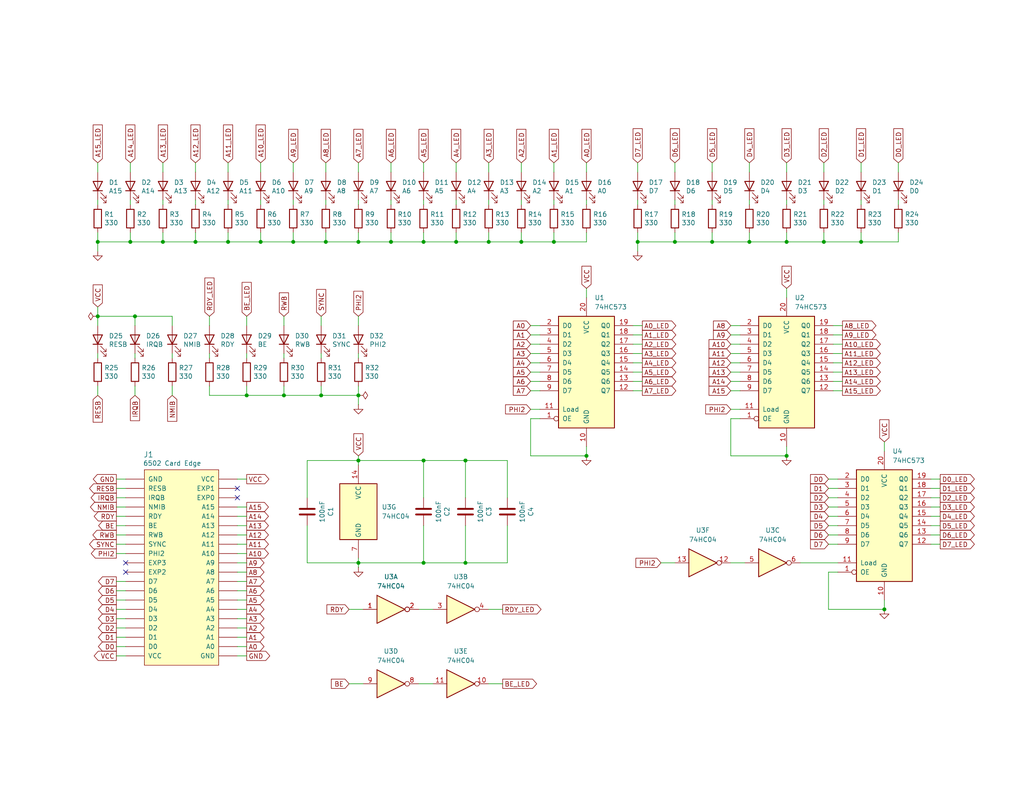
<source format=kicad_sch>
(kicad_sch (version 20250114) (generator "eeschema") (generator_version "9.0")
  (paper "USLetter")
  (title_block (title "6502 Blinkenlights Card") (date "2024-06-16") (rev "1.0") (company "A.C. Wright Design"))
  (junction (at 44.45 66.04))
  (junction (at 184.15 66.04))
  (junction (at 133.35 66.04))
  (junction (at 151.13 66.04))
  (junction (at 97.79 125.73))
  (junction (at 173.99 66.04))
  (junction (at 194.31 66.04))
  (junction (at 214.63 124.46))
  (junction (at 26.67 86.36))
  (junction (at 26.67 66.04))
  (junction (at 224.79 66.04))
  (junction (at 97.79 153.67))
  (junction (at 35.56 66.04))
  (junction (at 124.46 66.04))
  (junction (at 142.24 66.04))
  (junction (at 234.95 66.04))
  (junction (at 80.01 66.04))
  (junction (at 36.83 86.36))
  (junction (at 71.12 66.04))
  (junction (at 97.79 66.04))
  (junction (at 241.3 166.37))
  (junction (at 62.23 66.04))
  (junction (at 160.02 124.46))
  (junction (at 127 153.67))
  (junction (at 87.63 107.95))
  (junction (at 214.63 66.04))
  (junction (at 204.47 66.04))
  (junction (at 77.47 107.95))
  (junction (at 115.57 66.04))
  (junction (at 67.31 107.95))
  (junction (at 115.57 125.73))
  (junction (at 127 125.73))
  (junction (at 115.57 153.67))
  (junction (at 88.9 66.04))
  (junction (at 97.79 107.95))
  (junction (at 106.68 66.04))
  (junction (at 53.34 66.04))
  (no_connect (at 64.77 133.35))
  (no_connect (at 34.29 156.21))
  (no_connect (at 34.29 153.67))
  (no_connect (at 64.77 135.89))
  (wire (pts (xy 77.47 96.52) (xy 77.47 97.79)))
  (wire (pts (xy 31.75 168.91) (xy 34.29 168.91)))
  (wire (pts (xy 142.24 63.5) (xy 142.24 66.04)))
  (wire (pts (xy 106.68 44.45) (xy 106.68 46.99)))
  (wire (pts (xy 115.57 153.67) (xy 127 153.67)))
  (wire (pts (xy 31.75 133.35) (xy 34.29 133.35)))
  (wire (pts (xy 97.79 153.67) (xy 97.79 154.94)))
  (wire (pts (xy 160.02 63.5) (xy 160.02 66.04)))
  (wire (pts (xy 214.63 63.5) (xy 214.63 66.04)))
  (wire (pts (xy 199.39 99.06) (xy 201.93 99.06)))
  (wire (pts (xy 97.79 54.61) (xy 97.79 55.88)))
  (wire (pts (xy 64.77 168.91) (xy 67.31 168.91)))
  (wire (pts (xy 194.31 63.5) (xy 194.31 66.04)))
  (wire (pts (xy 144.78 96.52) (xy 147.32 96.52)))
  (wire (pts (xy 151.13 44.45) (xy 151.13 46.99)))
  (wire (pts (xy 227.33 104.14) (xy 229.87 104.14)))
  (wire (pts (xy 214.63 66.04) (xy 224.79 66.04)))
  (wire (pts (xy 234.95 63.5) (xy 234.95 66.04)))
  (wire (pts (xy 57.15 107.95) (xy 67.31 107.95)))
  (wire (pts (xy 114.3 186.69) (xy 118.11 186.69)))
  (wire (pts (xy 64.77 173.99) (xy 67.31 173.99)))
  (wire (pts (xy 199.39 88.9) (xy 201.93 88.9)))
  (wire (pts (xy 97.79 125.73) (xy 97.79 127)))
  (wire (pts (xy 204.47 66.04) (xy 214.63 66.04)))
  (wire (pts (xy 218.44 153.67) (xy 228.6 153.67)))
  (wire (pts (xy 53.34 44.45) (xy 53.34 46.99)))
  (wire (pts (xy 64.77 151.13) (xy 67.31 151.13)))
  (wire (pts (xy 173.99 63.5) (xy 173.99 66.04)))
  (wire (pts (xy 64.77 143.51) (xy 67.31 143.51)))
  (wire (pts (xy 88.9 63.5) (xy 88.9 66.04)))
  (wire (pts (xy 115.57 66.04) (xy 124.46 66.04)))
  (wire (pts (xy 71.12 66.04) (xy 80.01 66.04)))
  (wire (pts (xy 127 153.67) (xy 138.43 153.67)))
  (wire (pts (xy 53.34 63.5) (xy 53.34 66.04)))
  (wire (pts (xy 194.31 66.04) (xy 204.47 66.04)))
  (wire (pts (xy 160.02 124.46) (xy 160.02 121.92)))
  (wire (pts (xy 172.72 91.44) (xy 175.26 91.44)))
  (wire (pts (xy 106.68 66.04) (xy 115.57 66.04)))
  (wire (pts (xy 194.31 44.45) (xy 194.31 46.99)))
  (wire (pts (xy 62.23 63.5) (xy 62.23 66.04)))
  (wire (pts (xy 172.72 99.06) (xy 175.26 99.06)))
  (wire (pts (xy 67.31 86.36) (xy 67.31 88.9)))
  (wire (pts (xy 254 133.35) (xy 256.54 133.35)))
  (wire (pts (xy 26.67 86.36) (xy 26.67 88.9)))
  (wire (pts (xy 173.99 54.61) (xy 173.99 55.88)))
  (wire (pts (xy 53.34 66.04) (xy 62.23 66.04)))
  (wire (pts (xy 95.25 166.37) (xy 99.06 166.37)))
  (wire (pts (xy 64.77 140.97) (xy 67.31 140.97)))
  (wire (pts (xy 172.72 96.52) (xy 175.26 96.52)))
  (wire (pts (xy 224.79 63.5) (xy 224.79 66.04)))
  (wire (pts (xy 97.79 152.4) (xy 97.79 153.67)))
  (wire (pts (xy 160.02 78.74) (xy 160.02 81.28)))
  (wire (pts (xy 97.79 153.67) (xy 115.57 153.67)))
  (wire (pts (xy 88.9 54.61) (xy 88.9 55.88)))
  (wire (pts (xy 64.77 158.75) (xy 67.31 158.75)))
  (wire (pts (xy 35.56 66.04) (xy 44.45 66.04)))
  (wire (pts (xy 97.79 124.46) (xy 97.79 125.73)))
  (wire (pts (xy 46.99 88.9) (xy 46.99 86.36)))
  (wire (pts (xy 64.77 153.67) (xy 67.31 153.67)))
  (wire (pts (xy 227.33 93.98) (xy 229.87 93.98)))
  (wire (pts (xy 127 143.51) (xy 127 153.67)))
  (wire (pts (xy 144.78 106.68) (xy 147.32 106.68)))
  (wire (pts (xy 124.46 66.04) (xy 133.35 66.04)))
  (wire (pts (xy 64.77 148.59) (xy 67.31 148.59)))
  (wire (pts (xy 138.43 143.51) (xy 138.43 153.67)))
  (wire (pts (xy 224.79 44.45) (xy 224.79 46.99)))
  (wire (pts (xy 97.79 44.45) (xy 97.79 46.99)))
  (wire (pts (xy 199.39 153.67) (xy 203.2 153.67)))
  (wire (pts (xy 245.11 63.5) (xy 245.11 66.04)))
  (wire (pts (xy 83.82 135.89) (xy 83.82 125.73)))
  (wire (pts (xy 67.31 105.41) (xy 67.31 107.95)))
  (wire (pts (xy 227.33 88.9) (xy 229.87 88.9)))
  (wire (pts (xy 71.12 54.61) (xy 71.12 55.88)))
  (wire (pts (xy 144.78 124.46) (xy 160.02 124.46)))
  (wire (pts (xy 151.13 66.04) (xy 160.02 66.04)))
  (wire (pts (xy 142.24 54.61) (xy 142.24 55.88)))
  (wire (pts (xy 245.11 44.45) (xy 245.11 46.99)))
  (wire (pts (xy 124.46 54.61) (xy 124.46 55.88)))
  (wire (pts (xy 254 138.43) (xy 256.54 138.43)))
  (wire (pts (xy 144.78 101.6) (xy 147.32 101.6)))
  (wire (pts (xy 241.3 166.37) (xy 241.3 163.83)))
  (wire (pts (xy 57.15 86.36) (xy 57.15 88.9)))
  (wire (pts (xy 53.34 54.61) (xy 53.34 55.88)))
  (wire (pts (xy 172.72 93.98) (xy 175.26 93.98)))
  (wire (pts (xy 31.75 161.29) (xy 34.29 161.29)))
  (wire (pts (xy 144.78 88.9) (xy 147.32 88.9)))
  (wire (pts (xy 36.83 86.36) (xy 36.83 88.9)))
  (wire (pts (xy 44.45 54.61) (xy 44.45 55.88)))
  (wire (pts (xy 62.23 66.04) (xy 71.12 66.04)))
  (wire (pts (xy 254 135.89) (xy 256.54 135.89)))
  (wire (pts (xy 144.78 114.3) (xy 144.78 124.46)))
  (wire (pts (xy 172.72 106.68) (xy 175.26 106.68)))
  (wire (pts (xy 127 125.73) (xy 115.57 125.73)))
  (wire (pts (xy 26.67 63.5) (xy 26.67 66.04)))
  (wire (pts (xy 227.33 99.06) (xy 229.87 99.06)))
  (wire (pts (xy 35.56 63.5) (xy 35.56 66.04)))
  (wire (pts (xy 204.47 63.5) (xy 204.47 66.04)))
  (wire (pts (xy 106.68 54.61) (xy 106.68 55.88)))
  (wire (pts (xy 199.39 104.14) (xy 201.93 104.14)))
  (wire (pts (xy 234.95 44.45) (xy 234.95 46.99)))
  (wire (pts (xy 31.75 151.13) (xy 34.29 151.13)))
  (wire (pts (xy 31.75 166.37) (xy 34.29 166.37)))
  (wire (pts (xy 44.45 66.04) (xy 53.34 66.04)))
  (wire (pts (xy 172.72 104.14) (xy 175.26 104.14)))
  (wire (pts (xy 83.82 143.51) (xy 83.82 153.67)))
  (wire (pts (xy 160.02 54.61) (xy 160.02 55.88)))
  (wire (pts (xy 44.45 44.45) (xy 44.45 46.99)))
  (wire (pts (xy 26.67 83.82) (xy 26.67 86.36)))
  (wire (pts (xy 115.57 125.73) (xy 97.79 125.73)))
  (wire (pts (xy 226.06 138.43) (xy 228.6 138.43)))
  (wire (pts (xy 36.83 105.41) (xy 36.83 107.95)))
  (wire (pts (xy 97.79 105.41) (xy 97.79 107.95)))
  (wire (pts (xy 64.77 146.05) (xy 67.31 146.05)))
  (wire (pts (xy 133.35 66.04) (xy 142.24 66.04)))
  (wire (pts (xy 31.75 158.75) (xy 34.29 158.75)))
  (wire (pts (xy 199.39 114.3) (xy 199.39 124.46)))
  (wire (pts (xy 31.75 130.81) (xy 34.29 130.81)))
  (wire (pts (xy 115.57 44.45) (xy 115.57 46.99)))
  (wire (pts (xy 87.63 96.52) (xy 87.63 97.79)))
  (wire (pts (xy 36.83 86.36) (xy 46.99 86.36)))
  (wire (pts (xy 71.12 63.5) (xy 71.12 66.04)))
  (wire (pts (xy 88.9 66.04) (xy 97.79 66.04)))
  (wire (pts (xy 64.77 156.21) (xy 67.31 156.21)))
  (wire (pts (xy 194.31 54.61) (xy 194.31 55.88)))
  (wire (pts (xy 226.06 143.51) (xy 228.6 143.51)))
  (wire (pts (xy 173.99 66.04) (xy 184.15 66.04)))
  (wire (pts (xy 172.72 88.9) (xy 175.26 88.9)))
  (wire (pts (xy 133.35 186.69) (xy 137.16 186.69)))
  (wire (pts (xy 31.75 135.89) (xy 34.29 135.89)))
  (wire (pts (xy 64.77 176.53) (xy 67.31 176.53)))
  (wire (pts (xy 77.47 86.36) (xy 77.47 88.9)))
  (wire (pts (xy 88.9 44.45) (xy 88.9 46.99)))
  (wire (pts (xy 114.3 166.37) (xy 118.11 166.37)))
  (wire (pts (xy 97.79 63.5) (xy 97.79 66.04)))
  (wire (pts (xy 254 140.97) (xy 256.54 140.97)))
  (wire (pts (xy 224.79 66.04) (xy 234.95 66.04)))
  (wire (pts (xy 226.06 140.97) (xy 228.6 140.97)))
  (wire (pts (xy 180.34 153.67) (xy 184.15 153.67)))
  (wire (pts (xy 80.01 44.45) (xy 80.01 46.99)))
  (wire (pts (xy 26.67 66.04) (xy 35.56 66.04)))
  (wire (pts (xy 97.79 86.36) (xy 97.79 88.9)))
  (wire (pts (xy 227.33 106.68) (xy 229.87 106.68)))
  (wire (pts (xy 31.75 176.53) (xy 34.29 176.53)))
  (wire (pts (xy 184.15 44.45) (xy 184.15 46.99)))
  (wire (pts (xy 133.35 54.61) (xy 133.35 55.88)))
  (wire (pts (xy 173.99 44.45) (xy 173.99 46.99)))
  (wire (pts (xy 254 130.81) (xy 256.54 130.81)))
  (wire (pts (xy 97.79 66.04) (xy 106.68 66.04)))
  (wire (pts (xy 64.77 130.81) (xy 67.31 130.81)))
  (wire (pts (xy 224.79 54.61) (xy 224.79 55.88)))
  (wire (pts (xy 199.39 111.76) (xy 201.93 111.76)))
  (wire (pts (xy 26.67 54.61) (xy 26.67 55.88)))
  (wire (pts (xy 226.06 156.21) (xy 226.06 166.37)))
  (wire (pts (xy 31.75 140.97) (xy 34.29 140.97)))
  (wire (pts (xy 71.12 44.45) (xy 71.12 46.99)))
  (wire (pts (xy 228.6 156.21) (xy 226.06 156.21)))
  (wire (pts (xy 254 148.59) (xy 256.54 148.59)))
  (wire (pts (xy 199.39 106.68) (xy 201.93 106.68)))
  (wire (pts (xy 133.35 166.37) (xy 137.16 166.37)))
  (wire (pts (xy 44.45 63.5) (xy 44.45 66.04)))
  (wire (pts (xy 234.95 54.61) (xy 234.95 55.88)))
  (wire (pts (xy 115.57 143.51) (xy 115.57 153.67)))
  (wire (pts (xy 214.63 78.74) (xy 214.63 81.28)))
  (wire (pts (xy 133.35 63.5) (xy 133.35 66.04)))
  (wire (pts (xy 87.63 107.95) (xy 97.79 107.95)))
  (wire (pts (xy 115.57 125.73) (xy 115.57 135.89)))
  (wire (pts (xy 64.77 161.29) (xy 67.31 161.29)))
  (wire (pts (xy 144.78 104.14) (xy 147.32 104.14)))
  (wire (pts (xy 26.67 44.45) (xy 26.67 46.99)))
  (wire (pts (xy 115.57 63.5) (xy 115.57 66.04)))
  (wire (pts (xy 226.06 133.35) (xy 228.6 133.35)))
  (wire (pts (xy 172.72 101.6) (xy 175.26 101.6)))
  (wire (pts (xy 80.01 66.04) (xy 88.9 66.04)))
  (wire (pts (xy 254 143.51) (xy 256.54 143.51)))
  (wire (pts (xy 31.75 146.05) (xy 34.29 146.05)))
  (wire (pts (xy 201.93 114.3) (xy 199.39 114.3)))
  (wire (pts (xy 35.56 54.61) (xy 35.56 55.88)))
  (wire (pts (xy 144.78 91.44) (xy 147.32 91.44)))
  (wire (pts (xy 26.67 105.41) (xy 26.67 107.95)))
  (wire (pts (xy 184.15 54.61) (xy 184.15 55.88)))
  (wire (pts (xy 106.68 63.5) (xy 106.68 66.04)))
  (wire (pts (xy 241.3 120.65) (xy 241.3 123.19)))
  (wire (pts (xy 127 125.73) (xy 127 135.89)))
  (wire (pts (xy 97.79 96.52) (xy 97.79 97.79)))
  (wire (pts (xy 31.75 171.45) (xy 34.29 171.45)))
  (wire (pts (xy 64.77 171.45) (xy 67.31 171.45)))
  (wire (pts (xy 142.24 44.45) (xy 142.24 46.99)))
  (wire (pts (xy 226.06 130.81) (xy 228.6 130.81)))
  (wire (pts (xy 115.57 54.61) (xy 115.57 55.88)))
  (wire (pts (xy 184.15 66.04) (xy 194.31 66.04)))
  (wire (pts (xy 124.46 44.45) (xy 124.46 46.99)))
  (wire (pts (xy 204.47 44.45) (xy 204.47 46.99)))
  (wire (pts (xy 26.67 86.36) (xy 36.83 86.36)))
  (wire (pts (xy 31.75 163.83) (xy 34.29 163.83)))
  (wire (pts (xy 31.75 148.59) (xy 34.29 148.59)))
  (wire (pts (xy 95.25 186.69) (xy 99.06 186.69)))
  (wire (pts (xy 133.35 44.45) (xy 133.35 46.99)))
  (wire (pts (xy 214.63 121.92) (xy 214.63 124.46)))
  (wire (pts (xy 80.01 54.61) (xy 80.01 55.88)))
  (wire (pts (xy 26.67 66.04) (xy 26.67 68.58)))
  (wire (pts (xy 31.75 138.43) (xy 34.29 138.43)))
  (wire (pts (xy 227.33 96.52) (xy 229.87 96.52)))
  (wire (pts (xy 151.13 54.61) (xy 151.13 55.88)))
  (wire (pts (xy 226.06 148.59) (xy 228.6 148.59)))
  (wire (pts (xy 199.39 93.98) (xy 201.93 93.98)))
  (wire (pts (xy 227.33 101.6) (xy 229.87 101.6)))
  (wire (pts (xy 160.02 44.45) (xy 160.02 46.99)))
  (wire (pts (xy 254 146.05) (xy 256.54 146.05)))
  (wire (pts (xy 214.63 44.45) (xy 214.63 46.99)))
  (wire (pts (xy 83.82 125.73) (xy 97.79 125.73)))
  (wire (pts (xy 226.06 166.37) (xy 241.3 166.37)))
  (wire (pts (xy 214.63 54.61) (xy 214.63 55.88)))
  (wire (pts (xy 64.77 166.37) (xy 67.31 166.37)))
  (wire (pts (xy 226.06 146.05) (xy 228.6 146.05)))
  (wire (pts (xy 142.24 66.04) (xy 151.13 66.04)))
  (wire (pts (xy 77.47 107.95) (xy 87.63 107.95)))
  (wire (pts (xy 144.78 93.98) (xy 147.32 93.98)))
  (wire (pts (xy 80.01 63.5) (xy 80.01 66.04)))
  (wire (pts (xy 67.31 107.95) (xy 77.47 107.95)))
  (wire (pts (xy 199.39 101.6) (xy 201.93 101.6)))
  (wire (pts (xy 97.79 107.95) (xy 97.79 110.49)))
  (wire (pts (xy 87.63 105.41) (xy 87.63 107.95)))
  (wire (pts (xy 57.15 105.41) (xy 57.15 107.95)))
  (wire (pts (xy 151.13 63.5) (xy 151.13 66.04)))
  (wire (pts (xy 138.43 125.73) (xy 127 125.73)))
  (wire (pts (xy 31.75 173.99) (xy 34.29 173.99)))
  (wire (pts (xy 46.99 105.41) (xy 46.99 107.95)))
  (wire (pts (xy 31.75 143.51) (xy 34.29 143.51)))
  (wire (pts (xy 144.78 99.06) (xy 147.32 99.06)))
  (wire (pts (xy 64.77 163.83) (xy 67.31 163.83)))
  (wire (pts (xy 62.23 54.61) (xy 62.23 55.88)))
  (wire (pts (xy 138.43 135.89) (xy 138.43 125.73)))
  (wire (pts (xy 124.46 63.5) (xy 124.46 66.04)))
  (wire (pts (xy 226.06 135.89) (xy 228.6 135.89)))
  (wire (pts (xy 245.11 54.61) (xy 245.11 55.88)))
  (wire (pts (xy 57.15 96.52) (xy 57.15 97.79)))
  (wire (pts (xy 26.67 96.52) (xy 26.67 97.79)))
  (wire (pts (xy 64.77 138.43) (xy 67.31 138.43)))
  (wire (pts (xy 199.39 96.52) (xy 201.93 96.52)))
  (wire (pts (xy 199.39 91.44) (xy 201.93 91.44)))
  (wire (pts (xy 173.99 66.04) (xy 173.99 68.58)))
  (wire (pts (xy 35.56 44.45) (xy 35.56 46.99)))
  (wire (pts (xy 46.99 96.52) (xy 46.99 97.79)))
  (wire (pts (xy 234.95 66.04) (xy 245.11 66.04)))
  (wire (pts (xy 77.47 105.41) (xy 77.47 107.95)))
  (wire (pts (xy 147.32 114.3) (xy 144.78 114.3)))
  (wire (pts (xy 36.83 96.52) (xy 36.83 97.79)))
  (wire (pts (xy 83.82 153.67) (xy 97.79 153.67)))
  (wire (pts (xy 204.47 54.61) (xy 204.47 55.88)))
  (wire (pts (xy 87.63 86.36) (xy 87.63 88.9)))
  (wire (pts (xy 62.23 44.45) (xy 62.23 46.99)))
  (wire (pts (xy 227.33 91.44) (xy 229.87 91.44)))
  (wire (pts (xy 199.39 124.46) (xy 214.63 124.46)))
  (wire (pts (xy 31.75 179.07) (xy 34.29 179.07)))
  (wire (pts (xy 64.77 179.07) (xy 67.31 179.07)))
  (wire (pts (xy 144.78 111.76) (xy 147.32 111.76)))
  (wire (pts (xy 184.15 63.5) (xy 184.15 66.04)))
  (wire (pts (xy 67.31 96.52) (xy 67.31 97.79)))
  (global_label "A0" (shape input) (at 144.78 88.9 180) (property "Intersheetrefs" "${INTERSHEET_REFS}" (effects (hide yes))))
  (global_label "A11" (shape output) (at 67.31 148.59 0) (property "Intersheetrefs" "${INTERSHEET_REFS}" (effects (hide yes))))
  (global_label "GND" (shape output) (at 31.75 130.81 180) (property "Intersheetrefs" "${INTERSHEET_REFS}" (effects (hide yes))))
  (global_label "D7" (shape output) (at 31.75 158.75 180) (property "Intersheetrefs" "${INTERSHEET_REFS}" (effects (hide yes))))
  (global_label "D4" (shape input) (at 226.06 140.97 180) (property "Intersheetrefs" "${INTERSHEET_REFS}" (effects (hide yes))))
  (global_label "NMIB" (shape output) (at 31.75 138.43 180) (property "Intersheetrefs" "${INTERSHEET_REFS}" (effects (hide yes))))
  (global_label "D0_LED" (shape input) (at 245.11 44.45 90) (property "Intersheetrefs" "${INTERSHEET_REFS}" (effects (hide yes))))
  (global_label "A13_LED" (shape output) (at 229.87 101.6 0) (property "Intersheetrefs" "${INTERSHEET_REFS}" (effects (hide yes))))
  (global_label "SYNC" (shape output) (at 31.75 148.59 180) (property "Intersheetrefs" "${INTERSHEET_REFS}" (effects (hide yes))))
  (global_label "A3" (shape input) (at 144.78 96.52 180) (property "Intersheetrefs" "${INTERSHEET_REFS}" (effects (hide yes))))
  (global_label "VCC" (shape output) (at 31.75 179.07 180) (property "Intersheetrefs" "${INTERSHEET_REFS}" (effects (hide yes))))
  (global_label "RWB" (shape input) (at 77.47 86.36 90) (property "Intersheetrefs" "${INTERSHEET_REFS}" (effects (hide yes))))
  (global_label "A14_LED" (shape input) (at 35.56 44.45 90) (property "Intersheetrefs" "${INTERSHEET_REFS}" (effects (hide yes))))
  (global_label "IRQB" (shape input) (at 36.83 107.95 270) (property "Intersheetrefs" "${INTERSHEET_REFS}" (effects (hide yes))))
  (global_label "A14_LED" (shape output) (at 229.87 104.14 0) (property "Intersheetrefs" "${INTERSHEET_REFS}" (effects (hide yes))))
  (global_label "BE" (shape output) (at 31.75 143.51 180) (property "Intersheetrefs" "${INTERSHEET_REFS}" (effects (hide yes))))
  (global_label "A12" (shape input) (at 199.39 99.06 180) (property "Intersheetrefs" "${INTERSHEET_REFS}" (effects (hide yes))))
  (global_label "D5" (shape output) (at 31.75 163.83 180) (property "Intersheetrefs" "${INTERSHEET_REFS}" (effects (hide yes))))
  (global_label "D5_LED" (shape output) (at 256.54 143.51 0) (property "Intersheetrefs" "${INTERSHEET_REFS}" (effects (hide yes))))
  (global_label "A10" (shape output) (at 67.31 151.13 0) (property "Intersheetrefs" "${INTERSHEET_REFS}" (effects (hide yes))))
  (global_label "A6" (shape output) (at 67.31 161.29 0) (property "Intersheetrefs" "${INTERSHEET_REFS}" (effects (hide yes))))
  (global_label "A9_LED" (shape input) (at 80.01 44.45 90) (property "Intersheetrefs" "${INTERSHEET_REFS}" (effects (hide yes))))
  (global_label "A10" (shape input) (at 199.39 93.98 180) (property "Intersheetrefs" "${INTERSHEET_REFS}" (effects (hide yes))))
  (global_label "D6" (shape output) (at 31.75 161.29 180) (property "Intersheetrefs" "${INTERSHEET_REFS}" (effects (hide yes))))
  (global_label "D0" (shape input) (at 226.06 130.81 180) (property "Intersheetrefs" "${INTERSHEET_REFS}" (effects (hide yes))))
  (global_label "VCC" (shape input) (at 160.02 78.74 90) (property "Intersheetrefs" "${INTERSHEET_REFS}" (effects (hide yes))))
  (global_label "A12_LED" (shape output) (at 229.87 99.06 0) (property "Intersheetrefs" "${INTERSHEET_REFS}" (effects (hide yes))))
  (global_label "A4_LED" (shape input) (at 124.46 44.45 90) (property "Intersheetrefs" "${INTERSHEET_REFS}" (effects (hide yes))))
  (global_label "PHI2" (shape input) (at 199.39 111.76 180) (property "Intersheetrefs" "${INTERSHEET_REFS}" (effects (hide yes))))
  (global_label "IRQB" (shape output) (at 31.75 135.89 180) (property "Intersheetrefs" "${INTERSHEET_REFS}" (effects (hide yes))))
  (global_label "A2" (shape input) (at 144.78 93.98 180) (property "Intersheetrefs" "${INTERSHEET_REFS}" (effects (hide yes))))
  (global_label "A1_LED" (shape output) (at 175.26 91.44 0) (property "Intersheetrefs" "${INTERSHEET_REFS}" (effects (hide yes))))
  (global_label "NMIB" (shape input) (at 46.99 107.95 270) (property "Intersheetrefs" "${INTERSHEET_REFS}" (effects (hide yes))))
  (global_label "A9" (shape input) (at 199.39 91.44 180) (property "Intersheetrefs" "${INTERSHEET_REFS}" (effects (hide yes))))
  (global_label "PHI2" (shape output) (at 31.75 151.13 180) (property "Intersheetrefs" "${INTERSHEET_REFS}" (effects (hide yes))))
  (global_label "BE_LED" (shape input) (at 67.31 86.36 90) (property "Intersheetrefs" "${INTERSHEET_REFS}" (effects (hide yes))))
  (global_label "VCC" (shape input) (at 26.67 83.82 90) (property "Intersheetrefs" "${INTERSHEET_REFS}" (effects (hide yes))))
  (global_label "D7_LED" (shape input) (at 173.99 44.45 90) (property "Intersheetrefs" "${INTERSHEET_REFS}" (effects (hide yes))))
  (global_label "A9" (shape output) (at 67.31 153.67 0) (property "Intersheetrefs" "${INTERSHEET_REFS}" (effects (hide yes))))
  (global_label "RDY_LED" (shape output) (at 137.16 166.37 0) (property "Intersheetrefs" "${INTERSHEET_REFS}" (effects (hide yes))))
  (global_label "A14" (shape input) (at 199.39 104.14 180) (property "Intersheetrefs" "${INTERSHEET_REFS}" (effects (hide yes))))
  (global_label "VCC" (shape input) (at 97.79 124.46 90) (property "Intersheetrefs" "${INTERSHEET_REFS}" (effects (hide yes))))
  (global_label "D2" (shape input) (at 226.06 135.89 180) (property "Intersheetrefs" "${INTERSHEET_REFS}" (effects (hide yes))))
  (global_label "D4_LED" (shape input) (at 204.47 44.45 90) (property "Intersheetrefs" "${INTERSHEET_REFS}" (effects (hide yes))))
  (global_label "A11_LED" (shape input) (at 62.23 44.45 90) (property "Intersheetrefs" "${INTERSHEET_REFS}" (effects (hide yes))))
  (global_label "A1" (shape output) (at 67.31 173.99 0) (property "Intersheetrefs" "${INTERSHEET_REFS}" (effects (hide yes))))
  (global_label "SYNC" (shape input) (at 87.63 86.36 90) (property "Intersheetrefs" "${INTERSHEET_REFS}" (effects (hide yes))))
  (global_label "A15" (shape output) (at 67.31 138.43 0) (property "Intersheetrefs" "${INTERSHEET_REFS}" (effects (hide yes))))
  (global_label "D1_LED" (shape output) (at 256.54 133.35 0) (property "Intersheetrefs" "${INTERSHEET_REFS}" (effects (hide yes))))
  (global_label "A1" (shape input) (at 144.78 91.44 180) (property "Intersheetrefs" "${INTERSHEET_REFS}" (effects (hide yes))))
  (global_label "D2_LED" (shape output) (at 256.54 135.89 0) (property "Intersheetrefs" "${INTERSHEET_REFS}" (effects (hide yes))))
  (global_label "D3_LED" (shape output) (at 256.54 138.43 0) (property "Intersheetrefs" "${INTERSHEET_REFS}" (effects (hide yes))))
  (global_label "A6" (shape input) (at 144.78 104.14 180) (property "Intersheetrefs" "${INTERSHEET_REFS}" (effects (hide yes))))
  (global_label "A15_LED" (shape input) (at 26.67 44.45 90) (property "Intersheetrefs" "${INTERSHEET_REFS}" (effects (hide yes))))
  (global_label "A4_LED" (shape output) (at 175.26 99.06 0) (property "Intersheetrefs" "${INTERSHEET_REFS}" (effects (hide yes))))
  (global_label "RDY" (shape output) (at 31.75 140.97 180) (property "Intersheetrefs" "${INTERSHEET_REFS}" (effects (hide yes))))
  (global_label "A8_LED" (shape output) (at 229.87 88.9 0) (property "Intersheetrefs" "${INTERSHEET_REFS}" (effects (hide yes))))
  (global_label "A8" (shape input) (at 199.39 88.9 180) (property "Intersheetrefs" "${INTERSHEET_REFS}" (effects (hide yes))))
  (global_label "A0_LED" (shape output) (at 175.26 88.9 0) (property "Intersheetrefs" "${INTERSHEET_REFS}" (effects (hide yes))))
  (global_label "VCC" (shape output) (at 67.31 130.81 0) (property "Intersheetrefs" "${INTERSHEET_REFS}" (effects (hide yes))))
  (global_label "A6_LED" (shape input) (at 106.68 44.45 90) (property "Intersheetrefs" "${INTERSHEET_REFS}" (effects (hide yes))))
  (global_label "A5" (shape output) (at 67.31 163.83 0) (property "Intersheetrefs" "${INTERSHEET_REFS}" (effects (hide yes))))
  (global_label "A2" (shape output) (at 67.31 171.45 0) (property "Intersheetrefs" "${INTERSHEET_REFS}" (effects (hide yes))))
  (global_label "A7" (shape output) (at 67.31 158.75 0) (property "Intersheetrefs" "${INTERSHEET_REFS}" (effects (hide yes))))
  (global_label "RESB" (shape input) (at 26.67 107.95 270) (property "Intersheetrefs" "${INTERSHEET_REFS}" (effects (hide yes))))
  (global_label "D6_LED" (shape input) (at 184.15 44.45 90) (property "Intersheetrefs" "${INTERSHEET_REFS}" (effects (hide yes))))
  (global_label "D2" (shape output) (at 31.75 171.45 180) (property "Intersheetrefs" "${INTERSHEET_REFS}" (effects (hide yes))))
  (global_label "GND" (shape output) (at 67.31 179.07 0) (property "Intersheetrefs" "${INTERSHEET_REFS}" (effects (hide yes))))
  (global_label "A6_LED" (shape output) (at 175.26 104.14 0) (property "Intersheetrefs" "${INTERSHEET_REFS}" (effects (hide yes))))
  (global_label "A0" (shape output) (at 67.31 176.53 0) (property "Intersheetrefs" "${INTERSHEET_REFS}" (effects (hide yes))))
  (global_label "D1" (shape input) (at 226.06 133.35 180) (property "Intersheetrefs" "${INTERSHEET_REFS}" (effects (hide yes))))
  (global_label "D7" (shape input) (at 226.06 148.59 180) (property "Intersheetrefs" "${INTERSHEET_REFS}" (effects (hide yes))))
  (global_label "A4" (shape output) (at 67.31 166.37 0) (property "Intersheetrefs" "${INTERSHEET_REFS}" (effects (hide yes))))
  (global_label "A4" (shape input) (at 144.78 99.06 180) (property "Intersheetrefs" "${INTERSHEET_REFS}" (effects (hide yes))))
  (global_label "A14" (shape output) (at 67.31 140.97 0) (property "Intersheetrefs" "${INTERSHEET_REFS}" (effects (hide yes))))
  (global_label "A15_LED" (shape output) (at 229.87 106.68 0) (property "Intersheetrefs" "${INTERSHEET_REFS}" (effects (hide yes))))
  (global_label "VCC" (shape input) (at 241.3 120.65 90) (property "Intersheetrefs" "${INTERSHEET_REFS}" (effects (hide yes))))
  (global_label "A13" (shape output) (at 67.31 143.51 0) (property "Intersheetrefs" "${INTERSHEET_REFS}" (effects (hide yes))))
  (global_label "A5" (shape input) (at 144.78 101.6 180) (property "Intersheetrefs" "${INTERSHEET_REFS}" (effects (hide yes))))
  (global_label "VCC" (shape input) (at 214.63 78.74 90) (property "Intersheetrefs" "${INTERSHEET_REFS}" (effects (hide yes))))
  (global_label "A2_LED" (shape output) (at 175.26 93.98 0) (property "Intersheetrefs" "${INTERSHEET_REFS}" (effects (hide yes))))
  (global_label "A1_LED" (shape input) (at 151.13 44.45 90) (property "Intersheetrefs" "${INTERSHEET_REFS}" (effects (hide yes))))
  (global_label "PHI2" (shape input) (at 97.79 86.36 90) (property "Intersheetrefs" "${INTERSHEET_REFS}" (effects (hide yes))))
  (global_label "A0_LED" (shape input) (at 160.02 44.45 90) (property "Intersheetrefs" "${INTERSHEET_REFS}" (effects (hide yes))))
  (global_label "D5_LED" (shape input) (at 194.31 44.45 90) (property "Intersheetrefs" "${INTERSHEET_REFS}" (effects (hide yes))))
  (global_label "D0_LED" (shape output) (at 256.54 130.81 0) (property "Intersheetrefs" "${INTERSHEET_REFS}" (effects (hide yes))))
  (global_label "D1" (shape output) (at 31.75 173.99 180) (property "Intersheetrefs" "${INTERSHEET_REFS}" (effects (hide yes))))
  (global_label "A7_LED" (shape output) (at 175.26 106.68 0) (property "Intersheetrefs" "${INTERSHEET_REFS}" (effects (hide yes))))
  (global_label "A12_LED" (shape input) (at 53.34 44.45 90) (property "Intersheetrefs" "${INTERSHEET_REFS}" (effects (hide yes))))
  (global_label "PHI2" (shape input) (at 144.78 111.76 180) (property "Intersheetrefs" "${INTERSHEET_REFS}" (effects (hide yes))))
  (global_label "D3_LED" (shape input) (at 214.63 44.45 90) (property "Intersheetrefs" "${INTERSHEET_REFS}" (effects (hide yes))))
  (global_label "A13" (shape input) (at 199.39 101.6 180) (property "Intersheetrefs" "${INTERSHEET_REFS}" (effects (hide yes))))
  (global_label "D2_LED" (shape input) (at 224.79 44.45 90) (property "Intersheetrefs" "${INTERSHEET_REFS}" (effects (hide yes))))
  (global_label "D1_LED" (shape input) (at 234.95 44.45 90) (property "Intersheetrefs" "${INTERSHEET_REFS}" (effects (hide yes))))
  (global_label "A9_LED" (shape output) (at 229.87 91.44 0) (property "Intersheetrefs" "${INTERSHEET_REFS}" (effects (hide yes))))
  (global_label "A7_LED" (shape input) (at 97.79 44.45 90) (property "Intersheetrefs" "${INTERSHEET_REFS}" (effects (hide yes))))
  (global_label "PHI2" (shape input) (at 180.34 153.67 180) (property "Intersheetrefs" "${INTERSHEET_REFS}" (effects (hide yes))))
  (global_label "RWB" (shape output) (at 31.75 146.05 180) (property "Intersheetrefs" "${INTERSHEET_REFS}" (effects (hide yes))))
  (global_label "A3_LED" (shape input) (at 133.35 44.45 90) (property "Intersheetrefs" "${INTERSHEET_REFS}" (effects (hide yes))))
  (global_label "D7_LED" (shape output) (at 256.54 148.59 0) (property "Intersheetrefs" "${INTERSHEET_REFS}" (effects (hide yes))))
  (global_label "D5" (shape input) (at 226.06 143.51 180) (property "Intersheetrefs" "${INTERSHEET_REFS}" (effects (hide yes))))
  (global_label "A5_LED" (shape input) (at 115.57 44.45 90) (property "Intersheetrefs" "${INTERSHEET_REFS}" (effects (hide yes))))
  (global_label "A8" (shape output) (at 67.31 156.21 0) (property "Intersheetrefs" "${INTERSHEET_REFS}" (effects (hide yes))))
  (global_label "A3_LED" (shape output) (at 175.26 96.52 0) (property "Intersheetrefs" "${INTERSHEET_REFS}" (effects (hide yes))))
  (global_label "A10_LED" (shape input) (at 71.12 44.45 90) (property "Intersheetrefs" "${INTERSHEET_REFS}" (effects (hide yes))))
  (global_label "A8_LED" (shape input) (at 88.9 44.45 90) (property "Intersheetrefs" "${INTERSHEET_REFS}" (effects (hide yes))))
  (global_label "D4" (shape output) (at 31.75 166.37 180) (property "Intersheetrefs" "${INTERSHEET_REFS}" (effects (hide yes))))
  (global_label "A3" (shape output) (at 67.31 168.91 0) (property "Intersheetrefs" "${INTERSHEET_REFS}" (effects (hide yes))))
  (global_label "D3" (shape output) (at 31.75 168.91 180) (property "Intersheetrefs" "${INTERSHEET_REFS}" (effects (hide yes))))
  (global_label "D3" (shape input) (at 226.06 138.43 180) (property "Intersheetrefs" "${INTERSHEET_REFS}" (effects (hide yes))))
  (global_label "RDY_LED" (shape input) (at 57.15 86.36 90) (property "Intersheetrefs" "${INTERSHEET_REFS}" (effects (hide yes))))
  (global_label "A11_LED" (shape output) (at 229.87 96.52 0) (property "Intersheetrefs" "${INTERSHEET_REFS}" (effects (hide yes))))
  (global_label "A2_LED" (shape input) (at 142.24 44.45 90) (property "Intersheetrefs" "${INTERSHEET_REFS}" (effects (hide yes))))
  (global_label "D0" (shape output) (at 31.75 176.53 180) (property "Intersheetrefs" "${INTERSHEET_REFS}" (effects (hide yes))))
  (global_label "D4_LED" (shape output) (at 256.54 140.97 0) (property "Intersheetrefs" "${INTERSHEET_REFS}" (effects (hide yes))))
  (global_label "RESB" (shape output) (at 31.75 133.35 180) (property "Intersheetrefs" "${INTERSHEET_REFS}" (effects (hide yes))))
  (global_label "A15" (shape input) (at 199.39 106.68 180) (property "Intersheetrefs" "${INTERSHEET_REFS}" (effects (hide yes))))
  (global_label "BE" (shape input) (at 95.25 186.69 180) (property "Intersheetrefs" "${INTERSHEET_REFS}" (effects (hide yes))))
  (global_label "BE_LED" (shape output) (at 137.16 186.69 0) (property "Intersheetrefs" "${INTERSHEET_REFS}" (effects (hide yes))))
  (global_label "A5_LED" (shape output) (at 175.26 101.6 0) (property "Intersheetrefs" "${INTERSHEET_REFS}" (effects (hide yes))))
  (global_label "A12" (shape output) (at 67.31 146.05 0) (property "Intersheetrefs" "${INTERSHEET_REFS}" (effects (hide yes))))
  (global_label "A13_LED" (shape input) (at 44.45 44.45 90) (property "Intersheetrefs" "${INTERSHEET_REFS}" (effects (hide yes))))
  (global_label "A7" (shape input) (at 144.78 106.68 180) (property "Intersheetrefs" "${INTERSHEET_REFS}" (effects (hide yes))))
  (global_label "D6" (shape input) (at 226.06 146.05 180) (property "Intersheetrefs" "${INTERSHEET_REFS}" (effects (hide yes))))
  (global_label "D6_LED" (shape output) (at 256.54 146.05 0) (property "Intersheetrefs" "${INTERSHEET_REFS}" (effects (hide yes))))
  (global_label "A10_LED" (shape output) (at 229.87 93.98 0) (property "Intersheetrefs" "${INTERSHEET_REFS}" (effects (hide yes))))
  (global_label "RDY" (shape input) (at 95.25 166.37 180) (property "Intersheetrefs" "${INTERSHEET_REFS}" (effects (hide yes))))
  (global_label "A11" (shape input) (at 199.39 96.52 180) (property "Intersheetrefs" "${INTERSHEET_REFS}" (effects (hide yes))))
  (symbol (lib_id "6502 Parts:6502 Card Edge") (at 49.53 153.67 0) (unit 1) (in_bom no)
    (property "Reference" "J1" (at 39.116 124.968 0) (effects (font (size 1.4986 1.4986)) (justify left bottom)))
    (property "Value" "6502 Card Edge" (at 46.99 126.492 0))
    (property "Footprint" "6502 Parts:6502 Card Edge" (effects (hide yes)))
  )
  (symbol (lib_id "74xx:74LS04") (at 106.68 186.69 0) (unit 4)
    (property "Reference" "U3" (at 106.68 177.8 0))
    (property "Value" "74HC04" (at 106.68 180.34 0))
    (property "Footprint" "Package_SO:SOIC-14_3.9x8.7mm_P1.27mm" (effects (hide yes)))
    (property "Datasheet" "http://www.ti.com/lit/gpn/sn74LS04" (effects (hide yes)))
    (property "Description" "Hex Inverter" (effects (hide yes)))
    (property "LCSC" "C5590" (effects (hide yes)))
  )
  (symbol (lib_id "Device:R") (at 204.47 59.69 180) (unit 1)
    (property "Reference" "R20" (at 206.248 58.5216 0) (effects (justify right)))
    (property "Value" "330" (at 206.248 60.833 0) (effects (justify right)))
    (property "Footprint" "Resistor_SMD:R_0805_2012Metric" (effects (hide yes)))
    (property "Description" "Resistor" (effects (hide yes)))
    (property "LCSC" "C17630" (effects (hide yes)))
  )
  (symbol (lib_id "Device:R") (at 71.12 59.69 180) (unit 1)
    (property "Reference" "R6" (at 72.898 58.5216 0) (effects (justify right)))
    (property "Value" "330" (at 72.898 60.833 0) (effects (justify right)))
    (property "Footprint" "Resistor_SMD:R_0805_2012Metric" (effects (hide yes)))
    (property "Description" "Resistor" (effects (hide yes)))
    (property "LCSC" "C17630" (effects (hide yes)))
  )
  (symbol (lib_id "power:GND") (at 241.3 166.37 0) (unit 1)
    (property "Reference" "#PWR08" (effects (hide yes)))
    (property "Value" "GND" (effects (hide yes)))
    (property "Description" "Power symbol creates a global label with name \"GND\" , ground" (effects (hide yes)))
  )
  (symbol (lib_id "Device:LED") (at 35.56 50.8 90) (unit 1)
    (property "Reference" "D2" (at 38.5572 49.8094 90) (effects (justify right)))
    (property "Value" "A14" (at 38.5572 52.1208 90) (effects (justify right)))
    (property "Footprint" "LED_SMD:LED_0805_2012Metric" (effects (hide yes)))
    (property "Description" "Light emitting diode" (effects (hide yes)))
    (property "LCSC" "C2297" (effects (hide yes)))
  )
  (symbol (lib_id "Device:R") (at 224.79 59.69 180) (unit 1)
    (property "Reference" "R22" (at 226.568 58.5216 0) (effects (justify right)))
    (property "Value" "330" (at 226.568 60.833 0) (effects (justify right)))
    (property "Footprint" "Resistor_SMD:R_0805_2012Metric" (effects (hide yes)))
    (property "Description" "Resistor" (effects (hide yes)))
    (property "LCSC" "C17630" (effects (hide yes)))
  )
  (symbol (lib_id "Device:LED") (at 77.47 92.71 90) (unit 1)
    (property "Reference" "D30" (at 80.4672 91.7194 90) (effects (justify right)))
    (property "Value" "RWB" (at 80.4672 94.0308 90) (effects (justify right)))
    (property "Footprint" "LED_SMD:LED_0805_2012Metric" (effects (hide yes)))
    (property "Description" "Light emitting diode" (effects (hide yes)))
    (property "LCSC" "C2296" (effects (hide yes)))
  )
  (symbol (lib_id "Device:R") (at 124.46 59.69 180) (unit 1)
    (property "Reference" "R12" (at 126.238 58.5216 0) (effects (justify right)))
    (property "Value" "330" (at 126.238 60.833 0) (effects (justify right)))
    (property "Footprint" "Resistor_SMD:R_0805_2012Metric" (effects (hide yes)))
    (property "Description" "Resistor" (effects (hide yes)))
    (property "LCSC" "C17630" (effects (hide yes)))
  )
  (symbol (lib_id "Device:LED") (at 26.67 50.8 90) (unit 1)
    (property "Reference" "D1" (at 29.6672 49.8094 90) (effects (justify right)))
    (property "Value" "A15" (at 29.6672 52.1208 90) (effects (justify right)))
    (property "Footprint" "LED_SMD:LED_0805_2012Metric" (effects (hide yes)))
    (property "Description" "Light emitting diode" (effects (hide yes)))
    (property "LCSC" "C2297" (effects (hide yes)))
  )
  (symbol (lib_id "Device:LED") (at 36.83 92.71 90) (unit 1)
    (property "Reference" "D26" (at 39.8272 91.7194 90) (effects (justify right)))
    (property "Value" "IRQB" (at 39.8272 94.0308 90) (effects (justify right)))
    (property "Footprint" "LED_SMD:LED_0805_2012Metric" (effects (hide yes)))
    (property "Description" "Light emitting diode" (effects (hide yes)))
    (property "LCSC" "C2295" (effects (hide yes)))
  )
  (symbol (lib_id "Device:LED") (at 151.13 50.8 90) (unit 1)
    (property "Reference" "D15" (at 154.1272 49.8094 90) (effects (justify right)))
    (property "Value" "A1" (at 154.1272 52.1208 90) (effects (justify right)))
    (property "Footprint" "LED_SMD:LED_0805_2012Metric" (effects (hide yes)))
    (property "Description" "Light emitting diode" (effects (hide yes)))
    (property "LCSC" "C2297" (effects (hide yes)))
  )
  (symbol (lib_id "Device:LED") (at 142.24 50.8 90) (unit 1)
    (property "Reference" "D14" (at 145.2372 49.8094 90) (effects (justify right)))
    (property "Value" "A2" (at 145.2372 52.1208 90) (effects (justify right)))
    (property "Footprint" "LED_SMD:LED_0805_2012Metric" (effects (hide yes)))
    (property "Description" "Light emitting diode" (effects (hide yes)))
    (property "LCSC" "C2297" (effects (hide yes)))
  )
  (symbol (lib_id "Device:LED") (at 26.67 92.71 90) (unit 1)
    (property "Reference" "D25" (at 29.6672 91.7194 90) (effects (justify right)))
    (property "Value" "RESB" (at 29.6672 94.0308 90) (effects (justify right)))
    (property "Footprint" "LED_SMD:LED_0805_2012Metric" (effects (hide yes)))
    (property "Description" "Light emitting diode" (effects (hide yes)))
    (property "LCSC" "C2297" (effects (hide yes)))
  )
  (symbol (lib_id "Device:C") (at 127 139.7 0) (unit 1)
    (property "Reference" "C3" (at 133.4008 139.7 90))
    (property "Value" "100nF" (at 131.0894 139.7 90))
    (property "Footprint" "Capacitor_SMD:C_0805_2012Metric" (effects (hide yes)))
    (property "LCSC" "C49678" (effects (hide yes)))
  )
  (symbol (lib_id "Device:R") (at 142.24 59.69 180) (unit 1)
    (property "Reference" "R14" (at 144.018 58.5216 0) (effects (justify right)))
    (property "Value" "330" (at 144.018 60.833 0) (effects (justify right)))
    (property "Footprint" "Resistor_SMD:R_0805_2012Metric" (effects (hide yes)))
    (property "Description" "Resistor" (effects (hide yes)))
    (property "LCSC" "C17630" (effects (hide yes)))
  )
  (symbol (lib_id "74xx:74LS573") (at 160.02 101.6 0) (unit 1)
    (property "Reference" "U1" (at 162.2141 81.28 0) (effects (justify left)))
    (property "Value" "74HC573" (at 162.2141 83.82 0) (effects (justify left)))
    (property "Footprint" "Package_SO:SOIC-20W_7.5x12.8mm_P1.27mm" (effects (hide yes)))
    (property "Datasheet" "74xx/74hc573.pdf" (effects (hide yes)))
    (property "Description" "8-bit Latch 3-state outputs" (effects (hide yes)))
    (property "LCSC" "C5608" (effects (hide yes)))
  )
  (symbol (lib_id "Device:R") (at 53.34 59.69 180) (unit 1)
    (property "Reference" "R4" (at 55.118 58.5216 0) (effects (justify right)))
    (property "Value" "330" (at 55.118 60.833 0) (effects (justify right)))
    (property "Footprint" "Resistor_SMD:R_0805_2012Metric" (effects (hide yes)))
    (property "Description" "Resistor" (effects (hide yes)))
    (property "LCSC" "C17630" (effects (hide yes)))
  )
  (symbol (lib_id "Device:LED") (at 224.79 50.8 90) (unit 1)
    (property "Reference" "D22" (at 227.7872 49.8094 90) (effects (justify right)))
    (property "Value" "D2" (at 227.7872 52.1208 90) (effects (justify right)))
    (property "Footprint" "LED_SMD:LED_0805_2012Metric" (effects (hide yes)))
    (property "Description" "Light emitting diode" (effects (hide yes)))
    (property "LCSC" "C2297" (effects (hide yes)))
  )
  (symbol (lib_id "74xx:74LS04") (at 210.82 153.67 0) (unit 3)
    (property "Reference" "U3" (at 210.82 144.78 0))
    (property "Value" "74HC04" (at 210.82 147.32 0))
    (property "Footprint" "Package_SO:SOIC-14_3.9x8.7mm_P1.27mm" (effects (hide yes)))
    (property "Datasheet" "http://www.ti.com/lit/gpn/sn74LS04" (effects (hide yes)))
    (property "Description" "Hex Inverter" (effects (hide yes)))
    (property "LCSC" "C5590" (effects (hide yes)))
  )
  (symbol (lib_id "Device:LED") (at 53.34 50.8 90) (unit 1)
    (property "Reference" "D4" (at 56.3372 49.8094 90) (effects (justify right)))
    (property "Value" "A12" (at 56.3372 52.1208 90) (effects (justify right)))
    (property "Footprint" "LED_SMD:LED_0805_2012Metric" (effects (hide yes)))
    (property "Description" "Light emitting diode" (effects (hide yes)))
    (property "LCSC" "C2297" (effects (hide yes)))
  )
  (symbol (lib_id "Device:C") (at 83.82 139.7 0) (unit 1)
    (property "Reference" "C1" (at 90.2208 139.7 90))
    (property "Value" "100nF" (at 87.9094 139.7 90))
    (property "Footprint" "Capacitor_SMD:C_0805_2012Metric" (effects (hide yes)))
    (property "LCSC" "C49678" (effects (hide yes)))
  )
  (symbol (lib_id "power:GND") (at 97.79 154.94 0) (unit 1)
    (property "Reference" "#PWR07" (effects (hide yes)))
    (property "Value" "GND" (effects (hide yes)))
    (property "Description" "Power symbol creates a global label with name \"GND\" , ground" (effects (hide yes)))
  )
  (symbol (lib_id "Device:R") (at 26.67 59.69 180) (unit 1)
    (property "Reference" "R1" (at 28.448 58.5216 0) (effects (justify right)))
    (property "Value" "330" (at 28.448 60.833 0) (effects (justify right)))
    (property "Footprint" "Resistor_SMD:R_0805_2012Metric" (effects (hide yes)))
    (property "Description" "Resistor" (effects (hide yes)))
    (property "LCSC" "C17630" (effects (hide yes)))
  )
  (symbol (lib_id "Device:R") (at 160.02 59.69 180) (unit 1)
    (property "Reference" "R16" (at 161.798 58.5216 0) (effects (justify right)))
    (property "Value" "330" (at 161.798 60.833 0) (effects (justify right)))
    (property "Footprint" "Resistor_SMD:R_0805_2012Metric" (effects (hide yes)))
    (property "Description" "Resistor" (effects (hide yes)))
    (property "LCSC" "C17630" (effects (hide yes)))
  )
  (symbol (lib_id "74xx:74LS04") (at 125.73 166.37 0) (unit 2)
    (property "Reference" "U3" (at 125.73 157.48 0))
    (property "Value" "74HC04" (at 125.73 160.02 0))
    (property "Footprint" "Package_SO:SOIC-14_3.9x8.7mm_P1.27mm" (effects (hide yes)))
    (property "Datasheet" "http://www.ti.com/lit/gpn/sn74LS04" (effects (hide yes)))
    (property "Description" "Hex Inverter" (effects (hide yes)))
    (property "LCSC" "C5590" (effects (hide yes)))
  )
  (symbol (lib_id "Device:R") (at 115.57 59.69 180) (unit 1)
    (property "Reference" "R11" (at 117.348 58.5216 0) (effects (justify right)))
    (property "Value" "330" (at 117.348 60.833 0) (effects (justify right)))
    (property "Footprint" "Resistor_SMD:R_0805_2012Metric" (effects (hide yes)))
    (property "Description" "Resistor" (effects (hide yes)))
    (property "LCSC" "C17630" (effects (hide yes)))
  )
  (symbol (lib_id "74xx:74LS04") (at 191.77 153.67 0) (unit 6)
    (property "Reference" "U3" (at 191.77 144.78 0))
    (property "Value" "74HC04" (at 191.77 147.32 0))
    (property "Footprint" "Package_SO:SOIC-14_3.9x8.7mm_P1.27mm" (effects (hide yes)))
    (property "Datasheet" "http://www.ti.com/lit/gpn/sn74LS04" (effects (hide yes)))
    (property "Description" "Hex Inverter" (effects (hide yes)))
    (property "LCSC" "C5590" (effects (hide yes)))
  )
  (symbol (lib_id "Device:LED") (at 44.45 50.8 90) (unit 1)
    (property "Reference" "D3" (at 47.4472 49.8094 90) (effects (justify right)))
    (property "Value" "A13" (at 47.4472 52.1208 90) (effects (justify right)))
    (property "Footprint" "LED_SMD:LED_0805_2012Metric" (effects (hide yes)))
    (property "Description" "Light emitting diode" (effects (hide yes)))
    (property "LCSC" "C2297" (effects (hide yes)))
  )
  (symbol (lib_id "Device:R") (at 46.99 101.6 180) (unit 1)
    (property "Reference" "R27" (at 48.768 100.4316 0) (effects (justify right)))
    (property "Value" "330" (at 48.768 102.743 0) (effects (justify right)))
    (property "Footprint" "Resistor_SMD:R_0805_2012Metric" (effects (hide yes)))
    (property "Description" "Resistor" (effects (hide yes)))
    (property "LCSC" "C17630" (effects (hide yes)))
  )
  (symbol (lib_id "Device:LED") (at 67.31 92.71 90) (unit 1)
    (property "Reference" "D29" (at 70.3072 91.7194 90) (effects (justify right)))
    (property "Value" "BE" (at 70.3072 94.0308 90) (effects (justify right)))
    (property "Footprint" "LED_SMD:LED_0805_2012Metric" (effects (hide yes)))
    (property "Description" "Light emitting diode" (effects (hide yes)))
    (property "LCSC" "C2296" (effects (hide yes)))
  )
  (symbol (lib_id "Device:R") (at 87.63 101.6 180) (unit 1)
    (property "Reference" "R31" (at 89.408 100.4316 0) (effects (justify right)))
    (property "Value" "330" (at 89.408 102.743 0) (effects (justify right)))
    (property "Footprint" "Resistor_SMD:R_0805_2012Metric" (effects (hide yes)))
    (property "Description" "Resistor" (effects (hide yes)))
    (property "LCSC" "C17630" (effects (hide yes)))
  )
  (symbol (lib_id "Device:LED") (at 80.01 50.8 90) (unit 1)
    (property "Reference" "D7" (at 83.0072 49.8094 90) (effects (justify right)))
    (property "Value" "A9" (at 83.0072 52.1208 90) (effects (justify right)))
    (property "Footprint" "LED_SMD:LED_0805_2012Metric" (effects (hide yes)))
    (property "Description" "Light emitting diode" (effects (hide yes)))
    (property "LCSC" "C2297" (effects (hide yes)))
  )
  (symbol (lib_id "Device:R") (at 36.83 101.6 180) (unit 1)
    (property "Reference" "R26" (at 38.608 100.4316 0) (effects (justify right)))
    (property "Value" "330" (at 38.608 102.743 0) (effects (justify right)))
    (property "Footprint" "Resistor_SMD:R_0805_2012Metric" (effects (hide yes)))
    (property "Description" "Resistor" (effects (hide yes)))
    (property "LCSC" "C17630" (effects (hide yes)))
  )
  (symbol (lib_id "Device:LED") (at 133.35 50.8 90) (unit 1)
    (property "Reference" "D13" (at 136.3472 49.8094 90) (effects (justify right)))
    (property "Value" "A3" (at 136.3472 52.1208 90) (effects (justify right)))
    (property "Footprint" "LED_SMD:LED_0805_2012Metric" (effects (hide yes)))
    (property "Description" "Light emitting diode" (effects (hide yes)))
    (property "LCSC" "C2297" (effects (hide yes)))
  )
  (symbol (lib_id "Device:LED") (at 245.11 50.8 90) (unit 1)
    (property "Reference" "D24" (at 248.1072 49.8094 90) (effects (justify right)))
    (property "Value" "D0" (at 248.1072 52.1208 90) (effects (justify right)))
    (property "Footprint" "LED_SMD:LED_0805_2012Metric" (effects (hide yes)))
    (property "Description" "Light emitting diode" (effects (hide yes)))
    (property "LCSC" "C2297" (effects (hide yes)))
  )
  (symbol (lib_id "74xx:74LS04") (at 125.73 186.69 0) (unit 5)
    (property "Reference" "U3" (at 125.73 177.8 0))
    (property "Value" "74HC04" (at 125.73 180.34 0))
    (property "Footprint" "Package_SO:SOIC-14_3.9x8.7mm_P1.27mm" (effects (hide yes)))
    (property "Datasheet" "http://www.ti.com/lit/gpn/sn74LS04" (effects (hide yes)))
    (property "Description" "Hex Inverter" (effects (hide yes)))
    (property "LCSC" "C5590" (effects (hide yes)))
  )
  (symbol (lib_id "Device:R") (at 26.67 101.6 180) (unit 1)
    (property "Reference" "R25" (at 28.448 100.4316 0) (effects (justify right)))
    (property "Value" "330" (at 28.448 102.743 0) (effects (justify right)))
    (property "Footprint" "Resistor_SMD:R_0805_2012Metric" (effects (hide yes)))
    (property "Description" "Resistor" (effects (hide yes)))
    (property "LCSC" "C17630" (effects (hide yes)))
  )
  (symbol (lib_id "74xx:74HC04") (at 97.79 139.7 0) (unit 7)
    (property "Reference" "U3" (at 104.14 138.4299 0) (effects (justify left)))
    (property "Value" "74HC04" (at 104.14 140.9699 0) (effects (justify left)))
    (property "Footprint" "Package_SO:SOIC-14_3.9x8.7mm_P1.27mm" (effects (hide yes)))
    (property "Datasheet" "https://assets.nexperia.com/documents/data-sheet/74HC_HCT04.pdf" (effects (hide yes)))
    (property "Description" "Hex Inverter" (effects (hide yes)))
    (property "LCSC" "C5590" (effects (hide yes)))
  )
  (symbol (lib_id "Device:R") (at 214.63 59.69 180) (unit 1)
    (property "Reference" "R21" (at 216.408 58.5216 0) (effects (justify right)))
    (property "Value" "330" (at 216.408 60.833 0) (effects (justify right)))
    (property "Footprint" "Resistor_SMD:R_0805_2012Metric" (effects (hide yes)))
    (property "Description" "Resistor" (effects (hide yes)))
    (property "LCSC" "C17630" (effects (hide yes)))
  )
  (symbol (lib_id "Device:R") (at 151.13 59.69 180) (unit 1)
    (property "Reference" "R15" (at 152.908 58.5216 0) (effects (justify right)))
    (property "Value" "330" (at 152.908 60.833 0) (effects (justify right)))
    (property "Footprint" "Resistor_SMD:R_0805_2012Metric" (effects (hide yes)))
    (property "Description" "Resistor" (effects (hide yes)))
    (property "LCSC" "C17630" (effects (hide yes)))
  )
  (symbol (lib_id "Device:LED") (at 173.99 50.8 90) (unit 1)
    (property "Reference" "D17" (at 176.9872 49.8094 90) (effects (justify right)))
    (property "Value" "D7" (at 176.9872 52.1208 90) (effects (justify right)))
    (property "Footprint" "LED_SMD:LED_0805_2012Metric" (effects (hide yes)))
    (property "Description" "Light emitting diode" (effects (hide yes)))
    (property "LCSC" "C2297" (effects (hide yes)))
  )
  (symbol (lib_id "Device:R") (at 44.45 59.69 180) (unit 1)
    (property "Reference" "R3" (at 46.228 58.5216 0) (effects (justify right)))
    (property "Value" "330" (at 46.228 60.833 0) (effects (justify right)))
    (property "Footprint" "Resistor_SMD:R_0805_2012Metric" (effects (hide yes)))
    (property "Description" "Resistor" (effects (hide yes)))
    (property "LCSC" "C17630" (effects (hide yes)))
  )
  (symbol (lib_id "Device:R") (at 97.79 59.69 180) (unit 1)
    (property "Reference" "R9" (at 99.568 58.5216 0) (effects (justify right)))
    (property "Value" "330" (at 99.568 60.833 0) (effects (justify right)))
    (property "Footprint" "Resistor_SMD:R_0805_2012Metric" (effects (hide yes)))
    (property "Description" "Resistor" (effects (hide yes)))
    (property "LCSC" "C17630" (effects (hide yes)))
  )
  (symbol (lib_id "Device:R") (at 88.9 59.69 180) (unit 1)
    (property "Reference" "R8" (at 90.678 58.5216 0) (effects (justify right)))
    (property "Value" "330" (at 90.678 60.833 0) (effects (justify right)))
    (property "Footprint" "Resistor_SMD:R_0805_2012Metric" (effects (hide yes)))
    (property "Description" "Resistor" (effects (hide yes)))
    (property "LCSC" "C17630" (effects (hide yes)))
  )
  (symbol (lib_id "Device:LED") (at 88.9 50.8 90) (unit 1)
    (property "Reference" "D8" (at 91.8972 49.8094 90) (effects (justify right)))
    (property "Value" "A8" (at 91.8972 52.1208 90) (effects (justify right)))
    (property "Footprint" "LED_SMD:LED_0805_2012Metric" (effects (hide yes)))
    (property "Description" "Light emitting diode" (effects (hide yes)))
    (property "LCSC" "C2297" (effects (hide yes)))
  )
  (symbol (lib_id "Device:C") (at 138.43 139.7 0) (unit 1)
    (property "Reference" "C4" (at 144.8308 139.7 90))
    (property "Value" "100nF" (at 142.5194 139.7 90))
    (property "Footprint" "Capacitor_SMD:C_0805_2012Metric" (effects (hide yes)))
    (property "LCSC" "C49678" (effects (hide yes)))
  )
  (symbol (lib_id "Device:LED") (at 214.63 50.8 90) (unit 1)
    (property "Reference" "D21" (at 217.6272 49.8094 90) (effects (justify right)))
    (property "Value" "D3" (at 217.6272 52.1208 90) (effects (justify right)))
    (property "Footprint" "LED_SMD:LED_0805_2012Metric" (effects (hide yes)))
    (property "Description" "Light emitting diode" (effects (hide yes)))
    (property "LCSC" "C2297" (effects (hide yes)))
  )
  (symbol (lib_id "Device:LED") (at 160.02 50.8 90) (unit 1)
    (property "Reference" "D16" (at 163.0172 49.8094 90) (effects (justify right)))
    (property "Value" "A0" (at 163.0172 52.1208 90) (effects (justify right)))
    (property "Footprint" "LED_SMD:LED_0805_2012Metric" (effects (hide yes)))
    (property "Description" "Light emitting diode" (effects (hide yes)))
    (property "LCSC" "C2297" (effects (hide yes)))
  )
  (symbol (lib_id "Device:LED") (at 97.79 50.8 90) (unit 1)
    (property "Reference" "D9" (at 100.7872 49.8094 90) (effects (justify right)))
    (property "Value" "A7" (at 100.7872 52.1208 90) (effects (justify right)))
    (property "Footprint" "LED_SMD:LED_0805_2012Metric" (effects (hide yes)))
    (property "Description" "Light emitting diode" (effects (hide yes)))
    (property "LCSC" "C2297" (effects (hide yes)))
  )
  (symbol (lib_id "power:GND") (at 214.63 124.46 0) (unit 1)
    (property "Reference" "#PWR05" (effects (hide yes)))
    (property "Value" "GND" (effects (hide yes)))
    (property "Description" "Power symbol creates a global label with name \"GND\" , ground" (effects (hide yes)))
  )
  (symbol (lib_id "Device:R") (at 184.15 59.69 180) (unit 1)
    (property "Reference" "R18" (at 185.928 58.5216 0) (effects (justify right)))
    (property "Value" "330" (at 185.928 60.833 0) (effects (justify right)))
    (property "Footprint" "Resistor_SMD:R_0805_2012Metric" (effects (hide yes)))
    (property "Description" "Resistor" (effects (hide yes)))
    (property "LCSC" "C17630" (effects (hide yes)))
  )
  (symbol (lib_id "power:PWR_FLAG") (at 26.67 86.36 90) (unit 1)
    (property "Reference" "#FLG02" (effects (hide yes)))
    (property "Value" "PWR_FLAG" (effects (hide yes)))
    (property "Description" "Special symbol for telling ERC where power comes from" (effects (hide yes)))
  )
  (symbol (lib_id "Device:LED") (at 234.95 50.8 90) (unit 1)
    (property "Reference" "D23" (at 237.9472 49.8094 90) (effects (justify right)))
    (property "Value" "D1" (at 237.9472 52.1208 90) (effects (justify right)))
    (property "Footprint" "LED_SMD:LED_0805_2012Metric" (effects (hide yes)))
    (property "Description" "Light emitting diode" (effects (hide yes)))
    (property "LCSC" "C2297" (effects (hide yes)))
  )
  (symbol (lib_id "power:GND") (at 97.79 110.49 0) (unit 1)
    (property "Reference" "#PWR03" (effects (hide yes)))
    (property "Value" "GND" (effects (hide yes)))
    (property "Description" "Power symbol creates a global label with name \"GND\" , ground" (effects (hide yes)))
  )
  (symbol (lib_id "Device:LED") (at 71.12 50.8 90) (unit 1)
    (property "Reference" "D6" (at 74.1172 49.8094 90) (effects (justify right)))
    (property "Value" "A10" (at 74.1172 52.1208 90) (effects (justify right)))
    (property "Footprint" "LED_SMD:LED_0805_2012Metric" (effects (hide yes)))
    (property "Description" "Light emitting diode" (effects (hide yes)))
    (property "LCSC" "C2297" (effects (hide yes)))
  )
  (symbol (lib_id "power:GND") (at 173.99 68.58 0) (unit 1)
    (property "Reference" "#PWR02" (effects (hide yes)))
    (property "Value" "GND" (effects (hide yes)))
    (property "Description" "Power symbol creates a global label with name \"GND\" , ground" (effects (hide yes)))
  )
  (symbol (lib_id "Device:R") (at 67.31 101.6 180) (unit 1)
    (property "Reference" "R29" (at 69.088 100.4316 0) (effects (justify right)))
    (property "Value" "330" (at 69.088 102.743 0) (effects (justify right)))
    (property "Footprint" "Resistor_SMD:R_0805_2012Metric" (effects (hide yes)))
    (property "Description" "Resistor" (effects (hide yes)))
    (property "LCSC" "C17630" (effects (hide yes)))
  )
  (symbol (lib_id "Device:R") (at 35.56 59.69 180) (unit 1)
    (property "Reference" "R2" (at 37.338 58.5216 0) (effects (justify right)))
    (property "Value" "330" (at 37.338 60.833 0) (effects (justify right)))
    (property "Footprint" "Resistor_SMD:R_0805_2012Metric" (effects (hide yes)))
    (property "Description" "Resistor" (effects (hide yes)))
    (property "LCSC" "C17630" (effects (hide yes)))
  )
  (symbol (lib_id "Device:LED") (at 97.79 92.71 90) (unit 1)
    (property "Reference" "D32" (at 100.7872 91.7194 90) (effects (justify right)))
    (property "Value" "PHI2" (at 100.7872 94.0308 90) (effects (justify right)))
    (property "Footprint" "LED_SMD:LED_0805_2012Metric" (effects (hide yes)))
    (property "Description" "Light emitting diode" (effects (hide yes)))
    (property "LCSC" "C2293" (effects (hide yes)))
  )
  (symbol (lib_id "power:GND") (at 26.67 68.58 0) (unit 1)
    (property "Reference" "#PWR01" (effects (hide yes)))
    (property "Value" "GND" (effects (hide yes)))
    (property "Description" "Power symbol creates a global label with name \"GND\" , ground" (effects (hide yes)))
  )
  (symbol (lib_id "Device:R") (at 133.35 59.69 180) (unit 1)
    (property "Reference" "R13" (at 135.128 58.5216 0) (effects (justify right)))
    (property "Value" "330" (at 135.128 60.833 0) (effects (justify right)))
    (property "Footprint" "Resistor_SMD:R_0805_2012Metric" (effects (hide yes)))
    (property "Description" "Resistor" (effects (hide yes)))
    (property "LCSC" "C17630" (effects (hide yes)))
  )
  (symbol (lib_id "Device:R") (at 234.95 59.69 180) (unit 1)
    (property "Reference" "R23" (at 236.728 58.5216 0) (effects (justify right)))
    (property "Value" "330" (at 236.728 60.833 0) (effects (justify right)))
    (property "Footprint" "Resistor_SMD:R_0805_2012Metric" (effects (hide yes)))
    (property "Description" "Resistor" (effects (hide yes)))
    (property "LCSC" "C17630" (effects (hide yes)))
  )
  (symbol (lib_id "74xx:74LS04") (at 106.68 166.37 0) (unit 1)
    (property "Reference" "U3" (at 106.68 157.48 0))
    (property "Value" "74HC04" (at 106.68 160.02 0))
    (property "Footprint" "Package_SO:SOIC-14_3.9x8.7mm_P1.27mm" (effects (hide yes)))
    (property "Datasheet" "http://www.ti.com/lit/gpn/sn74LS04" (effects (hide yes)))
    (property "Description" "Hex Inverter" (effects (hide yes)))
    (property "LCSC" "C5590" (effects (hide yes)))
  )
  (symbol (lib_id "Device:R") (at 77.47 101.6 180) (unit 1)
    (property "Reference" "R30" (at 79.248 100.4316 0) (effects (justify right)))
    (property "Value" "330" (at 79.248 102.743 0) (effects (justify right)))
    (property "Footprint" "Resistor_SMD:R_0805_2012Metric" (effects (hide yes)))
    (property "Description" "Resistor" (effects (hide yes)))
    (property "LCSC" "C17630" (effects (hide yes)))
  )
  (symbol (lib_id "Device:LED") (at 87.63 92.71 90) (unit 1)
    (property "Reference" "D31" (at 90.6272 91.7194 90) (effects (justify right)))
    (property "Value" "SYNC" (at 90.6272 94.0308 90) (effects (justify right)))
    (property "Footprint" "LED_SMD:LED_0805_2012Metric" (effects (hide yes)))
    (property "Description" "Light emitting diode" (effects (hide yes)))
    (property "LCSC" "C2293" (effects (hide yes)))
  )
  (symbol (lib_id "Device:R") (at 57.15 101.6 180) (unit 1)
    (property "Reference" "R28" (at 58.928 100.4316 0) (effects (justify right)))
    (property "Value" "330" (at 58.928 102.743 0) (effects (justify right)))
    (property "Footprint" "Resistor_SMD:R_0805_2012Metric" (effects (hide yes)))
    (property "Description" "Resistor" (effects (hide yes)))
    (property "LCSC" "C17630" (effects (hide yes)))
  )
  (symbol (lib_id "Device:LED") (at 115.57 50.8 90) (unit 1)
    (property "Reference" "D11" (at 118.5672 49.8094 90) (effects (justify right)))
    (property "Value" "A5" (at 118.5672 52.1208 90) (effects (justify right)))
    (property "Footprint" "LED_SMD:LED_0805_2012Metric" (effects (hide yes)))
    (property "Description" "Light emitting diode" (effects (hide yes)))
    (property "LCSC" "C2297" (effects (hide yes)))
  )
  (symbol (lib_id "Device:LED") (at 46.99 92.71 90) (unit 1)
    (property "Reference" "D27" (at 49.9872 91.7194 90) (effects (justify right)))
    (property "Value" "NMIB" (at 49.9872 94.0308 90) (effects (justify right)))
    (property "Footprint" "LED_SMD:LED_0805_2012Metric" (effects (hide yes)))
    (property "Description" "Light emitting diode" (effects (hide yes)))
    (property "LCSC" "C2295" (effects (hide yes)))
  )
  (symbol (lib_id "power:PWR_FLAG") (at 97.79 107.95 270) (unit 1)
    (property "Reference" "#FLG01" (effects (hide yes)))
    (property "Value" "PWR_FLAG" (effects (hide yes)))
    (property "Description" "Special symbol for telling ERC where power comes from" (effects (hide yes)))
  )
  (symbol (lib_id "74xx:74LS573") (at 241.3 143.51 0) (unit 1)
    (property "Reference" "U4" (at 243.4941 123.19 0) (effects (justify left)))
    (property "Value" "74HC573" (at 243.4941 125.73 0) (effects (justify left)))
    (property "Footprint" "Package_SO:SOIC-20W_7.5x12.8mm_P1.27mm" (effects (hide yes)))
    (property "Datasheet" "74xx/74hc573.pdf" (effects (hide yes)))
    (property "Description" "8-bit Latch 3-state outputs" (effects (hide yes)))
    (property "LCSC" "C5608" (effects (hide yes)))
  )
  (symbol (lib_id "Device:LED") (at 106.68 50.8 90) (unit 1)
    (property "Reference" "D10" (at 109.6772 49.8094 90) (effects (justify right)))
    (property "Value" "A6" (at 109.6772 52.1208 90) (effects (justify right)))
    (property "Footprint" "LED_SMD:LED_0805_2012Metric" (effects (hide yes)))
    (property "Description" "Light emitting diode" (effects (hide yes)))
    (property "LCSC" "C2297" (effects (hide yes)))
  )
  (symbol (lib_id "Device:LED") (at 184.15 50.8 90) (unit 1)
    (property "Reference" "D18" (at 187.1472 49.8094 90) (effects (justify right)))
    (property "Value" "D6" (at 187.1472 52.1208 90) (effects (justify right)))
    (property "Footprint" "LED_SMD:LED_0805_2012Metric" (effects (hide yes)))
    (property "Description" "Light emitting diode" (effects (hide yes)))
    (property "LCSC" "C2297" (effects (hide yes)))
  )
  (symbol (lib_id "Device:C") (at 115.57 139.7 0) (unit 1)
    (property "Reference" "C2" (at 121.9708 139.7 90))
    (property "Value" "100nF" (at 119.6594 139.7 90))
    (property "Footprint" "Capacitor_SMD:C_0805_2012Metric" (effects (hide yes)))
    (property "LCSC" "C49678" (effects (hide yes)))
  )
  (symbol (lib_id "Device:R") (at 97.79 101.6 180) (unit 1)
    (property "Reference" "R32" (at 99.568 100.4316 0) (effects (justify right)))
    (property "Value" "330" (at 99.568 102.743 0) (effects (justify right)))
    (property "Footprint" "Resistor_SMD:R_0805_2012Metric" (effects (hide yes)))
    (property "Description" "Resistor" (effects (hide yes)))
    (property "LCSC" "C17630" (effects (hide yes)))
  )
  (symbol (lib_id "Device:R") (at 80.01 59.69 180) (unit 1)
    (property "Reference" "R7" (at 81.788 58.5216 0) (effects (justify right)))
    (property "Value" "330" (at 81.788 60.833 0) (effects (justify right)))
    (property "Footprint" "Resistor_SMD:R_0805_2012Metric" (effects (hide yes)))
    (property "Description" "Resistor" (effects (hide yes)))
    (property "LCSC" "C17630" (effects (hide yes)))
  )
  (symbol (lib_id "Device:LED") (at 57.15 92.71 90) (unit 1)
    (property "Reference" "D28" (at 60.1472 91.7194 90) (effects (justify right)))
    (property "Value" "RDY" (at 60.1472 94.0308 90) (effects (justify right)))
    (property "Footprint" "LED_SMD:LED_0805_2012Metric" (effects (hide yes)))
    (property "Description" "Light emitting diode" (effects (hide yes)))
    (property "LCSC" "C2296" (effects (hide yes)))
  )
  (symbol (lib_id "Device:R") (at 173.99 59.69 180) (unit 1)
    (property "Reference" "R17" (at 175.768 58.5216 0) (effects (justify right)))
    (property "Value" "330" (at 175.768 60.833 0) (effects (justify right)))
    (property "Footprint" "Resistor_SMD:R_0805_2012Metric" (effects (hide yes)))
    (property "Description" "Resistor" (effects (hide yes)))
    (property "LCSC" "C17630" (effects (hide yes)))
  )
  (symbol (lib_id "Device:LED") (at 204.47 50.8 90) (unit 1)
    (property "Reference" "D20" (at 207.4672 49.8094 90) (effects (justify right)))
    (property "Value" "D4" (at 207.4672 52.1208 90) (effects (justify right)))
    (property "Footprint" "LED_SMD:LED_0805_2012Metric" (effects (hide yes)))
    (property "Description" "Light emitting diode" (effects (hide yes)))
    (property "LCSC" "C2297" (effects (hide yes)))
  )
  (symbol (lib_id "Device:LED") (at 124.46 50.8 90) (unit 1)
    (property "Reference" "D12" (at 127.4572 49.8094 90) (effects (justify right)))
    (property "Value" "A4" (at 127.4572 52.1208 90) (effects (justify right)))
    (property "Footprint" "LED_SMD:LED_0805_2012Metric" (effects (hide yes)))
    (property "Description" "Light emitting diode" (effects (hide yes)))
    (property "LCSC" "C2297" (effects (hide yes)))
  )
  (symbol (lib_id "74xx:74LS573") (at 214.63 101.6 0) (unit 1)
    (property "Reference" "U2" (at 216.8241 81.28 0) (effects (justify left)))
    (property "Value" "74HC573" (at 216.8241 83.82 0) (effects (justify left)))
    (property "Footprint" "Package_SO:SOIC-20W_7.5x12.8mm_P1.27mm" (effects (hide yes)))
    (property "Datasheet" "74xx/74hc573.pdf" (effects (hide yes)))
    (property "Description" "8-bit Latch 3-state outputs" (effects (hide yes)))
    (property "LCSC" "C5608" (effects (hide yes)))
  )
  (symbol (lib_id "Device:LED") (at 194.31 50.8 90) (unit 1)
    (property "Reference" "D19" (at 197.3072 49.8094 90) (effects (justify right)))
    (property "Value" "D5" (at 197.3072 52.1208 90) (effects (justify right)))
    (property "Footprint" "LED_SMD:LED_0805_2012Metric" (effects (hide yes)))
    (property "Description" "Light emitting diode" (effects (hide yes)))
    (property "LCSC" "C2297" (effects (hide yes)))
  )
  (symbol (lib_id "Device:R") (at 194.31 59.69 180) (unit 1)
    (property "Reference" "R19" (at 196.088 58.5216 0) (effects (justify right)))
    (property "Value" "330" (at 196.088 60.833 0) (effects (justify right)))
    (property "Footprint" "Resistor_SMD:R_0805_2012Metric" (effects (hide yes)))
    (property "Description" "Resistor" (effects (hide yes)))
    (property "LCSC" "C17630" (effects (hide yes)))
  )
  (symbol (lib_id "Device:LED") (at 62.23 50.8 90) (unit 1)
    (property "Reference" "D5" (at 65.2272 49.8094 90) (effects (justify right)))
    (property "Value" "A11" (at 65.2272 52.1208 90) (effects (justify right)))
    (property "Footprint" "LED_SMD:LED_0805_2012Metric" (effects (hide yes)))
    (property "Description" "Light emitting diode" (effects (hide yes)))
    (property "LCSC" "C2297" (effects (hide yes)))
  )
  (symbol (lib_id "Device:R") (at 245.11 59.69 180) (unit 1)
    (property "Reference" "R24" (at 246.888 58.5216 0) (effects (justify right)))
    (property "Value" "330" (at 246.888 60.833 0) (effects (justify right)))
    (property "Footprint" "Resistor_SMD:R_0805_2012Metric" (effects (hide yes)))
    (property "Description" "Resistor" (effects (hide yes)))
    (property "LCSC" "C17630" (effects (hide yes)))
  )
  (symbol (lib_id "Device:R") (at 62.23 59.69 180) (unit 1)
    (property "Reference" "R5" (at 64.008 58.5216 0) (effects (justify right)))
    (property "Value" "330" (at 64.008 60.833 0) (effects (justify right)))
    (property "Footprint" "Resistor_SMD:R_0805_2012Metric" (effects (hide yes)))
    (property "Description" "Resistor" (effects (hide yes)))
    (property "LCSC" "C17630" (effects (hide yes)))
  )
  (symbol (lib_id "Device:R") (at 106.68 59.69 180) (unit 1)
    (property "Reference" "R10" (at 108.458 58.5216 0) (effects (justify right)))
    (property "Value" "330" (at 108.458 60.833 0) (effects (justify right)))
    (property "Footprint" "Resistor_SMD:R_0805_2012Metric" (effects (hide yes)))
    (property "Description" "Resistor" (effects (hide yes)))
    (property "LCSC" "C17630" (effects (hide yes)))
  )
  (symbol (lib_id "power:GND") (at 160.02 124.46 0) (unit 1)
    (property "Reference" "#PWR04" (effects (hide yes)))
    (property "Value" "GND" (effects (hide yes)))
    (property "Description" "Power symbol creates a global label with name \"GND\" , ground" (effects (hide yes)))
  )
)
</source>
